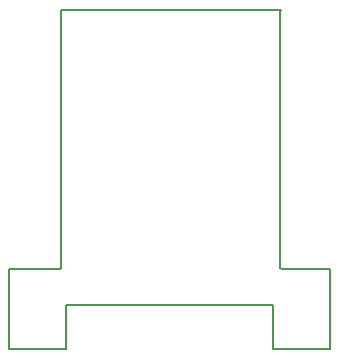
<source format=gbr>
G04 start of page 3 for group 1 idx 12 *
G04 Title: (unknown), outline *
G04 Creator: pcb 4.2.0 *
G04 CreationDate: Sun Sep  6 18:52:41 2020 UTC *
G04 For: commonadmin *
G04 Format: Gerber/RS-274X *
G04 PCB-Dimensions (mil): 1250.00 1500.00 *
G04 PCB-Coordinate-Origin: lower left *
%MOIN*%
%FSLAX25Y25*%
%LNOUTLINE*%
%ADD28C,0.0060*%
G54D28*X101531Y126500D02*X28500D01*
X28000Y40000D02*X28500Y40500D01*
Y126500D01*
X99000Y28000D02*X30000D01*
X101500Y126500D02*Y40500D01*
X102000Y40000D01*
X118000D01*
Y13500D01*
X99000D02*Y28000D01*
X28000Y40000D02*X11000D01*
Y13500D01*
X30000D01*
X118000D02*X99000D01*
X30000D02*Y28000D01*
M02*

</source>
